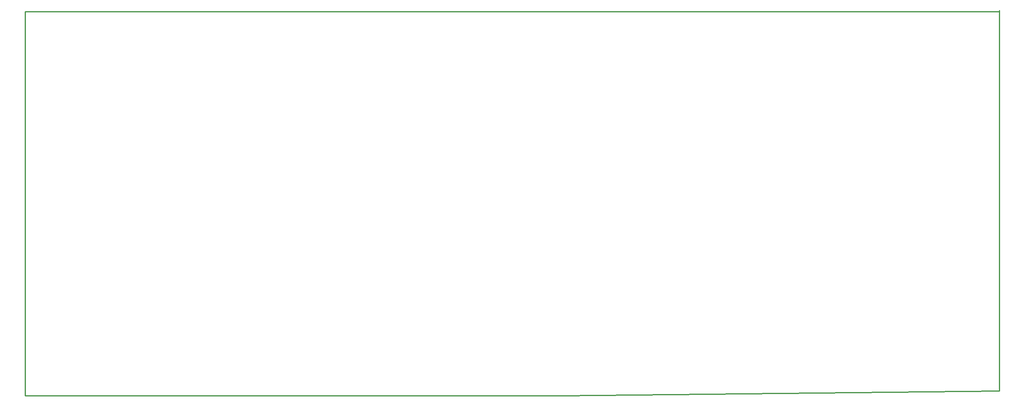
<source format=gko>
G04 Layer: BoardOutline*
G04 EasyEDA v6.4.17, 2021-03-15T19:29:33+07:00*
G04 1d297f51d7db443abc13b46094b112d6,e617fcbdf3ae42ba82bc49894c1518df,10*
G04 Gerber Generator version 0.2*
G04 Scale: 100 percent, Rotated: No, Reflected: No *
G04 Dimensions in millimeters *
G04 leading zeros omitted , absolute positions ,4 integer and 5 decimal *
%FSLAX45Y45*%
%MOMM*%

%ADD10C,0.2540*%
D10*
X18859500Y7429500D02*
G01*
X18859500Y-660400D01*
X9550400Y-762000D01*
X-1841500Y-762000D01*
X-1841500Y7404100D01*
X25400Y7404100D01*
X25400Y7404100D02*
G01*
X25400Y7404100D01*
X18859500Y7404100D01*

%LPD*%
M02*

</source>
